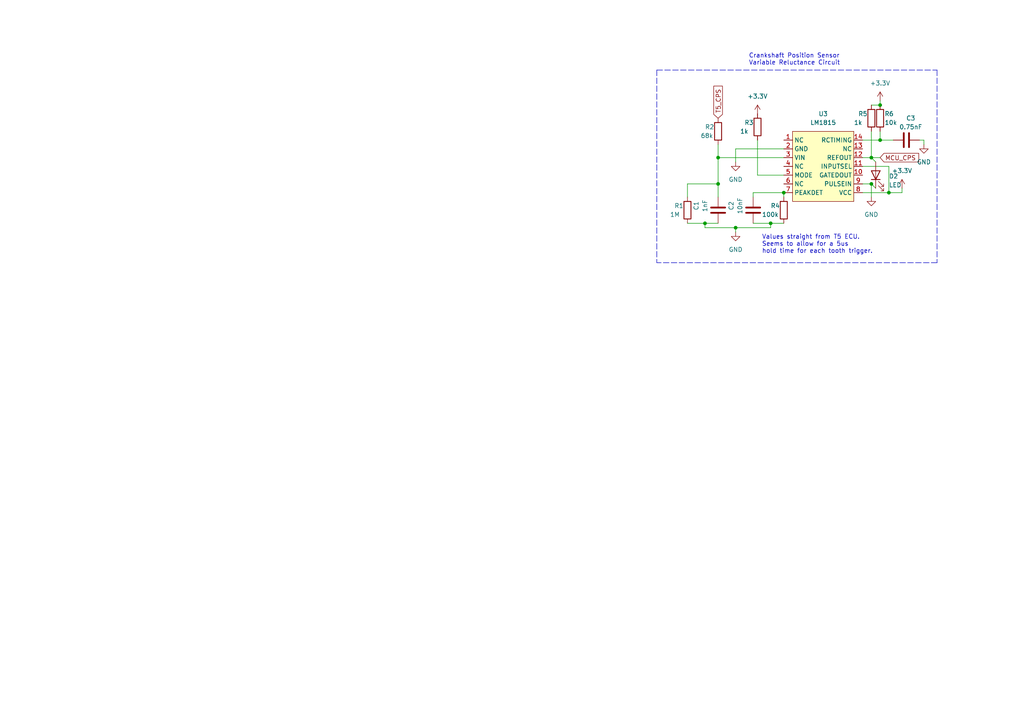
<source format=kicad_sch>
(kicad_sch (version 20211123) (generator eeschema)
  (paper "A4")
  (title_block (title "0.4") (date "2021-03-27") (rev "4d") (company "Speeduino"))
  (lib_symbols
    (symbol "Device:C" (pin_numbers hide) (pin_names (offset 0.254))
      (property "Reference" "C" (at 0.635 2.54 0))
      (property "Value" "C" (at 0.635 -2.54 0))
      (symbol "C_0_1"
        (polyline (pts (xy -2.032 -0.762) (xy 2.032 -0.762)) (stroke (width 0.508)))
        (polyline (pts (xy -2.032 0.762) (xy 2.032 0.762)) (stroke (width 0.508)))
      )
      (symbol "C_1_1"
        (pin passive line (at 0 3.81 270) (length 2.794) (name "~") (number "1"))
        (pin passive line (at 0 -3.81 90) (length 2.794) (name "~") (number "2"))
      )
    )
    (symbol "Device:LED" (pin_numbers hide) (pin_names (offset 1.016) hide)
      (property "Reference" "D" (at 0 2.54 0))
      (property "Value" "LED" (at 0 -2.54 0))
      (symbol "LED_0_1"
        (polyline (pts (xy -1.27 -1.27) (xy -1.27 1.27)) (stroke (width 0.254)))
        (polyline (pts (xy -1.27 0) (xy 1.27 0)))
        (polyline (pts (xy 1.27 -1.27) (xy 1.27 1.27) (xy -1.27 0) (xy 1.27 -1.27)) (stroke (width 0.254)))
        (polyline (pts (xy -3.048 -0.762) (xy -4.572 -2.286) (xy -3.81 -2.286) (xy -4.572 -2.286) (xy -4.572 -1.524)))
        (polyline (pts (xy -1.778 -0.762) (xy -3.302 -2.286) (xy -2.54 -2.286) (xy -3.302 -2.286) (xy -3.302 -1.524)))
      )
      (symbol "LED_1_1"
        (pin passive line (at -3.81 0 0) (length 2.54) (name "K") (number "1"))
        (pin passive line (at 3.81 0 180) (length 2.54) (name "A") (number "2"))
      )
    )
    (symbol "Device:R" (pin_numbers hide) (pin_names (offset 0))
      (property "Reference" "R" (at 2.032 0 90))
      (property "Value" "R" (at 0 0 90))
      (symbol "R_0_1"
        (rectangle (start -1.016 -2.54) (end 1.016 2.54) (stroke (width 0.254)))
      )
      (symbol "R_1_1"
        (pin passive line (at 0 3.81 270) (length 1.27) (name "~") (number "1"))
        (pin passive line (at 0 -3.81 90) (length 1.27) (name "~") (number "2"))
      )
    )
    (symbol "power:+3.3V" (power) (pin_names (offset 0))
      (property "Value" "+3.3V" (at 0 3.556 0))
      (symbol "+3.3V_0_1"
        (polyline (pts (xy -0.762 1.27) (xy 0 2.54)))
        (polyline (pts (xy 0 0) (xy 0 2.54)))
        (polyline (pts (xy 0 2.54) (xy 0.762 1.27)))
      )
      (symbol "+3.3V_1_1"
        (pin power_in line (at 0 0 90) (length 0) hide (name "+3.3V") (number "1"))
      )
    )
    (symbol "power:GND" (power) (pin_names (offset 0))
      (property "Value" "GND" (at 0 -3.81 0))
      (symbol "GND_0_1"
        (polyline (pts (xy 0 0) (xy 0 -1.27) (xy 1.27 -1.27) (xy 0 -2.54) (xy -1.27 -1.27) (xy 0 -1.27)))
      )
      (symbol "GND_1_1"
        (pin power_in line (at 0 0 270) (length 0) hide (name "GND") (number "1"))
      )
    )
    (symbol "saab_lib:LM1815"
      (property "Reference" "U" (at 1.27 3.81 0))
      (property "Value" "LM1815" (at 3.81 1.27 0))
      (symbol "LM1815_0_1"
        (rectangle (start 0 0) (end 17.78 -20.32) (fill (type background)))
      )
      (symbol "LM1815_1_1"
        (pin bidirectional line (at -2.54 -2.54 0) (length 2.54) (name "NC") (number "1"))
        (pin bidirectional line (at 20.32 -12.7 180) (length 2.54) (name "GATEDOUT") (number "10"))
        (pin bidirectional line (at 20.32 -10.16 180) (length 2.54) (name "INPUTSEL") (number "11"))
        (pin bidirectional line (at 20.32 -7.62 180) (length 2.54) (name "REFOUT") (number "12"))
        (pin bidirectional line (at 20.32 -5.08 180) (length 2.54) (name "NC") (number "13"))
        (pin bidirectional line (at 20.32 -2.54 180) (length 2.54) (name "RCTIMING") (number "14"))
        (pin bidirectional line (at -2.54 -5.08 0) (length 2.54) (name "GND") (number "2"))
        (pin bidirectional line (at -2.54 -7.62 0) (length 2.54) (name "VIN") (number "3"))
        (pin bidirectional line (at -2.54 -10.16 0) (length 2.54) (name "NC") (number "4"))
        (pin bidirectional line (at -2.54 -12.7 0) (length 2.54) (name "MODE") (number "5"))
        (pin bidirectional line (at -2.54 -15.24 0) (length 2.54) (name "NC") (number "6"))
        (pin bidirectional line (at -2.54 -17.78 0) (length 2.54) (name "PEAKDET") (number "7"))
        (pin bidirectional line (at 20.32 -17.78 180) (length 2.54) (name "VCC") (number "8"))
        (pin bidirectional line (at 20.32 -15.24 180) (length 2.54) (name "PULSEIN") (number "9"))
      )
    )
  )
  (junction (at 213.36 66.04))
  (junction (at 208.28 45.72))
  (junction (at 255.27 40.64))
  (junction (at 252.73 53.34))
  (junction (at 204.47 64.77))
  (junction (at 223.52 64.77))
  (junction (at 227.33 55.88))
  (junction (at 208.28 53.34))
  (junction (at 255.27 30.48))
  (junction (at 257.81 55.88))
  (junction (at 252.73 45.72))
  (wire (pts (xy 227.33 50.8) (xy 219.71 50.8)))
  (wire (pts (xy 199.39 57.15) (xy 199.39 53.34)))
  (wire (pts (xy 199.39 53.34) (xy 208.28 53.34)))
  (polyline (pts (xy 271.78 76.2) (xy 190.5 76.2)))
  (wire (pts (xy 257.81 55.88) (xy 261.62 55.88)))
  (wire (pts (xy 227.33 55.88) (xy 227.33 57.15)))
  (wire (pts (xy 219.71 50.8) (xy 219.71 40.64)))
  (wire (pts (xy 218.44 57.15) (xy 218.44 55.88)))
  (wire (pts (xy 227.33 43.18) (xy 213.36 43.18)))
  (wire (pts (xy 213.36 67.31) (xy 213.36 66.04)))
  (wire (pts (xy 223.52 66.04) (xy 223.52 64.77)))
  (wire (pts (xy 213.36 66.04) (xy 204.47 66.04)))
  (wire (pts (xy 252.73 53.34) (xy 252.73 57.15)))
  (wire (pts (xy 255.27 38.1) (xy 255.27 40.64)))
  (wire (pts (xy 208.28 41.91) (xy 208.28 45.72)))
  (wire (pts (xy 208.28 53.34) (xy 208.28 57.15)))
  (wire (pts (xy 213.36 43.18) (xy 213.36 46.99)))
  (wire (pts (xy 267.97 40.64) (xy 266.7 40.64)))
  (wire (pts (xy 250.19 40.64) (xy 255.27 40.64)))
  (wire (pts (xy 204.47 66.04) (xy 204.47 64.77)))
  (polyline (pts (xy 190.5 20.32) (xy 271.78 20.32)))
  (wire (pts (xy 250.19 48.26) (xy 257.81 48.26)))
  (wire (pts (xy 255.27 40.64) (xy 259.08 40.64)))
  (wire (pts (xy 208.28 45.72) (xy 208.28 53.34)))
  (wire (pts (xy 254 46.99) (xy 252.73 45.72)))
  (wire (pts (xy 252.73 45.72) (xy 250.19 45.72)))
  (wire (pts (xy 223.52 64.77) (xy 227.33 64.77)))
  (polyline (pts (xy 190.5 20.32) (xy 190.5 76.2)))
  (wire (pts (xy 218.44 55.88) (xy 227.33 55.88)))
  (wire (pts (xy 255.27 29.21) (xy 255.27 30.48)))
  (wire (pts (xy 252.73 30.48) (xy 255.27 30.48)))
  (wire (pts (xy 261.62 54.61) (xy 261.62 55.88)))
  (polyline (pts (xy 271.78 20.32) (xy 271.78 76.2)))
  (wire (pts (xy 267.97 41.91) (xy 267.97 40.64)))
  (wire (pts (xy 250.19 53.34) (xy 252.73 53.34)))
  (wire (pts (xy 218.44 64.77) (xy 223.52 64.77)))
  (wire (pts (xy 254 54.61) (xy 252.73 53.34)))
  (wire (pts (xy 252.73 45.72) (xy 255.27 45.72)))
  (wire (pts (xy 199.39 64.77) (xy 204.47 64.77)))
  (wire (pts (xy 227.33 45.72) (xy 208.28 45.72)))
  (wire (pts (xy 204.47 64.77) (xy 208.28 64.77)))
  (wire (pts (xy 257.81 48.26) (xy 257.81 55.88)))
  (wire (pts (xy 250.19 55.88) (xy 257.81 55.88)))
  (wire (pts (xy 213.36 66.04) (xy 223.52 66.04)))
  (wire (pts (xy 252.73 38.1) (xy 252.73 45.72)))
  (text "Crankshaft Position Sensor\nVariable Reluctance Circuit" (at 217.17 19.05 0) (effects (font (size 1.27 1.27)) (justify left bottom)))
  (text "Values straight from T5 ECU.\nSeems to allow for a 5us\nhold time for each tooth trigger." (at 220.98 73.66 0) (effects (font (size 1.27 1.27)) (justify left bottom)))
  (global_label "MCU_CPS" (shape input) (at 255.27 45.72 0) (property "Intersheet References" "${INTERSHEET_REFS}" (effects hide)))
  (global_label "T5_CPS" (shape input) (at 208.28 34.29 90) (property "Intersheet References" "${INTERSHEET_REFS}" (effects hide)))
  (symbol (lib_id "Device:R") (at 255.27 34.29 0) (unit 1)
    (property "Reference" "R6" (at 256.54 33.02 0) (effects (justify left)))
    (property "Value" "10k" (at 256.54 35.56 0) (effects (justify left)))
    (property "Footprint" "Resistor_SMD:R_0603_1608Metric" (effects hide))
  )
  (symbol (lib_id "power:+3.3V") (at 219.71 33.02 0) (unit 1)
    (property "Reference" "#PWR0102" (effects hide))
    (property "Value" "+3.3V" (at 219.71 27.94 0))
  )
  (symbol (lib_id "Device:R") (at 252.73 34.29 0) (unit 1)
    (property "Reference" "R5" (at 248.92 33.02 0) (effects (justify left)))
    (property "Value" "1k" (at 247.65 35.56 0) (effects (justify left)))
    (property "Footprint" "Resistor_SMD:R_0603_1608Metric" (effects hide))
    (property "JLCPCB" "C217840" (effects hide))
  )
  (symbol (lib_id "Device:C") (at 208.28 60.96 180) (unit 1)
    (property "Reference" "C1" (at 201.93 59.69 90))
    (property "Value" "1nF" (at 204.47 59.69 90))
    (property "Footprint" "Capacitor_SMD:C_0603_1608Metric" (effects hide))
  )
  (symbol (lib_id "Device:R") (at 227.33 60.96 0) (unit 1)
    (property "Reference" "R4" (at 223.52 59.69 0) (effects (justify left)))
    (property "Value" "100k" (at 220.98 62.23 0) (effects (justify left)))
    (property "Footprint" "Resistor_SMD:R_0603_1608Metric" (effects hide))
  )
  (symbol (lib_id "power:+3.3V") (at 255.27 29.21 0) (unit 1)
    (property "Reference" "#PWR0107" (effects hide))
    (property "Value" "+3.3V" (at 255.27 24.13 0))
  )
  (symbol (lib_id "Device:C") (at 218.44 60.96 180) (unit 1)
    (property "Reference" "C2" (at 212.09 59.69 90))
    (property "Value" "10nF" (at 214.63 59.69 90))
    (property "Footprint" "Capacitor_SMD:C_0603_1608Metric" (effects hide))
  )
  (symbol (lib_id "power:GND") (at 213.36 67.31 0) (unit 1)
    (property "Reference" "#PWR0103" (effects hide))
    (property "Value" "GND" (at 213.36 72.39 0))
  )
  (symbol (lib_id "saab_lib:LM1815") (at 229.87 38.1 0) (unit 1)
    (property "Reference" "U3" (at 238.76 33.02 0))
    (property "Value" "LM1815" (at 238.76 35.56 0))
    (property "Footprint" "Package_SO:SOIC-14_3.9x8.7mm_P1.27mm" (effects hide))
  )
  (symbol (lib_id "power:GND") (at 267.97 41.91 0) (unit 1)
    (property "Reference" "#PWR0105" (effects hide))
    (property "Value" "GND" (at 267.97 46.99 0))
  )
  (symbol (lib_id "Device:R") (at 199.39 60.96 0) (unit 1)
    (property "Reference" "R1" (at 195.58 59.69 0) (effects (justify left)))
    (property "Value" "1M" (at 194.31 62.23 0) (effects (justify left)))
    (property "Footprint" "Resistor_SMD:R_0603_1608Metric" (effects hide))
  )
  (symbol (lib_id "power:GND") (at 213.36 46.99 0) (unit 1)
    (property "Reference" "#PWR0101" (effects hide))
    (property "Value" "GND" (at 213.36 52.07 0))
  )
  (symbol (lib_id "Device:R") (at 219.71 36.83 0) (unit 1)
    (property "Reference" "R3" (at 215.9 35.56 0) (effects (justify left)))
    (property "Value" "1k" (at 214.63 38.1 0) (effects (justify left)))
    (property "Footprint" "Resistor_SMD:R_0603_1608Metric" (effects hide))
    (property "JLCPCB" "C217840" (effects hide))
  )
  (symbol (lib_id "Device:C") (at 262.89 40.64 90) (unit 1)
    (property "Reference" "C3" (at 264.16 34.29 90))
    (property "Value" "0.75nF" (at 264.16 36.83 90))
    (property "Footprint" "Capacitor_SMD:C_0603_1608Metric" (effects hide))
  )
  (symbol (lib_id "Device:R") (at 208.28 38.1 0) (unit 1)
    (property "Reference" "R2" (at 204.47 36.83 0) (effects (justify left)))
    (property "Value" "68k" (at 203.2 39.37 0) (effects (justify left)))
    (property "Footprint" "Resistor_SMD:R_0603_1608Metric" (effects hide))
  )
  (symbol (lib_id "power:GND") (at 252.73 57.15 0) (unit 1)
    (property "Reference" "#PWR0106" (effects hide))
    (property "Value" "GND" (at 252.73 62.23 0))
  )
  (symbol (lib_id "Device:LED") (at 254 50.8 90) (unit 1)
    (property "Reference" "D2" (at 257.81 51.1174 90) (effects (justify right)))
    (property "Value" "LED" (at 257.81 53.6574 90) (effects (justify right)))
    (property "Footprint" "LED_SMD:LED_0603_1608Metric" (effects hide))
    (property "JLCPCB" "C126319" (effects hide))
  )
  (symbol (lib_id "power:+3.3V") (at 261.62 54.61 0) (unit 1)
    (property "Reference" "#PWR0104" (effects hide))
    (property "Value" "+3.3V" (at 261.62 49.53 0))
  )
)
</source>
